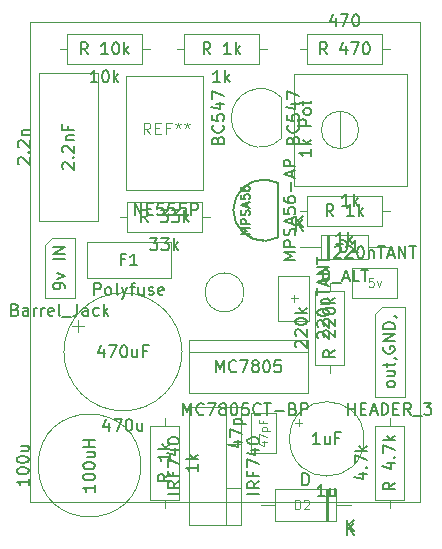
<source format=gbr>
G04 #@! TF.GenerationSoftware,KiCad,Pcbnew,(5.1.0)-1*
G04 #@! TF.CreationDate,2021-08-06T02:26:01-05:00*
G04 #@! TF.ProjectId,nixie_legacy-power,6e697869-655f-46c6-9567-6163792d706f,rev?*
G04 #@! TF.SameCoordinates,Original*
G04 #@! TF.FileFunction,Other,Fab,Top*
%FSLAX46Y46*%
G04 Gerber Fmt 4.6, Leading zero omitted, Abs format (unit mm)*
G04 Created by KiCad (PCBNEW (5.1.0)-1) date 2021-08-06 02:26:01*
%MOMM*%
%LPD*%
G04 APERTURE LIST*
%ADD10C,0.025400*%
%ADD11C,0.100000*%
%ADD12C,0.150000*%
%ADD13C,0.120000*%
%ADD14C,0.102000*%
%ADD15C,0.114000*%
G04 APERTURE END LIST*
D10*
X106044000Y-100374000D02*
G75*
G03X106044000Y-100374000I-1650000J0D01*
G01*
D11*
X87884000Y-77470000D02*
X120904000Y-77470000D01*
X87884000Y-118110000D02*
X87884000Y-77470000D01*
X120904000Y-118110000D02*
X87884000Y-118110000D01*
X120904000Y-77470000D02*
X120904000Y-118110000D01*
X105766000Y-110062000D02*
X101366000Y-110062000D01*
X101366000Y-110062000D02*
X101366000Y-120062000D01*
X101366000Y-120062000D02*
X105766000Y-120062000D01*
X105766000Y-120062000D02*
X105766000Y-110062000D01*
X104496000Y-110062000D02*
X104496000Y-120062000D01*
X105766000Y-113212000D02*
X104496000Y-113212000D01*
X105766000Y-116912000D02*
X104496000Y-116912000D01*
X92009139Y-102722500D02*
X92009139Y-103722500D01*
X91509139Y-103222500D02*
X92509139Y-103222500D01*
X100798000Y-105410000D02*
G75*
G03X100798000Y-105410000I-5000000J0D01*
G01*
X110671028Y-111087500D02*
X110671028Y-111717500D01*
X110356028Y-111402500D02*
X110986028Y-111402500D01*
X116200000Y-112776000D02*
G75*
G03X116200000Y-112776000I-3150000J0D01*
G01*
X97314000Y-115022000D02*
G75*
G03X97314000Y-115022000I-4350000J0D01*
G01*
X99314000Y-110998000D02*
X99314000Y-111658000D01*
X99314000Y-118618000D02*
X99314000Y-117958000D01*
X98064000Y-111658000D02*
X98064000Y-117958000D01*
X100564000Y-111658000D02*
X98064000Y-111658000D01*
X100564000Y-117958000D02*
X100564000Y-111658000D01*
X98064000Y-117958000D02*
X100564000Y-117958000D01*
X113172000Y-119714000D02*
X113172000Y-117014000D01*
X112972000Y-119714000D02*
X112972000Y-117014000D01*
X113072000Y-119714000D02*
X113072000Y-117014000D01*
X107442000Y-118364000D02*
X108652000Y-118364000D01*
X115062000Y-118364000D02*
X113852000Y-118364000D01*
X108652000Y-119714000D02*
X113852000Y-119714000D01*
X108652000Y-117014000D02*
X108652000Y-119714000D01*
X113852000Y-117014000D02*
X108652000Y-117014000D01*
X113852000Y-119714000D02*
X113852000Y-117014000D01*
X118364000Y-118618000D02*
X118364000Y-117958000D01*
X118364000Y-110998000D02*
X118364000Y-111658000D01*
X119614000Y-117958000D02*
X119614000Y-111658000D01*
X117114000Y-117958000D02*
X119614000Y-117958000D01*
X117114000Y-111658000D02*
X117114000Y-117958000D01*
X119614000Y-111658000D02*
X117114000Y-111658000D01*
X113284000Y-107188000D02*
X113284000Y-106528000D01*
X113284000Y-99568000D02*
X113284000Y-100228000D01*
X114534000Y-106528000D02*
X114534000Y-100228000D01*
X112034000Y-106528000D02*
X114534000Y-106528000D01*
X112034000Y-100228000D02*
X112034000Y-106528000D01*
X114534000Y-100228000D02*
X112034000Y-100228000D01*
X117094000Y-102235000D02*
X117729000Y-101600000D01*
X117094000Y-109220000D02*
X117094000Y-102235000D01*
X119634000Y-109220000D02*
X117094000Y-109220000D01*
X119634000Y-101600000D02*
X119634000Y-109220000D01*
X117729000Y-101600000D02*
X119634000Y-101600000D01*
X89154000Y-96393000D02*
X89789000Y-95758000D01*
X89154000Y-100838000D02*
X89154000Y-96393000D01*
X91694000Y-100838000D02*
X89154000Y-100838000D01*
X91694000Y-95758000D02*
X91694000Y-100838000D01*
X89789000Y-95758000D02*
X91694000Y-95758000D01*
X108746000Y-113988000D02*
X108746000Y-110588000D01*
X106646000Y-113988000D02*
X108746000Y-113988000D01*
X106646000Y-110588000D02*
X106646000Y-113988000D01*
X108746000Y-110588000D02*
X106646000Y-110588000D01*
X101426000Y-108930000D02*
X111426000Y-108930000D01*
X101426000Y-104430000D02*
X111426000Y-104430000D01*
X101426000Y-104430000D02*
X101426000Y-108930000D01*
X111426000Y-108930000D02*
X111426000Y-104430000D01*
X101436000Y-105380000D02*
X111426000Y-105380000D01*
X115214000Y-100868000D02*
X119014000Y-100868000D01*
X115214000Y-98268000D02*
X115214000Y-100868000D01*
X119014000Y-98268000D02*
X115214000Y-98268000D01*
X119014000Y-100868000D02*
X119014000Y-98268000D01*
X108936000Y-98958000D02*
X108936000Y-102758000D01*
X111536000Y-98958000D02*
X108936000Y-98958000D01*
X111536000Y-102758000D02*
X111536000Y-98958000D01*
X108936000Y-102758000D02*
X111536000Y-102758000D01*
X113054000Y-95520000D02*
X113054000Y-97520000D01*
X113254000Y-95520000D02*
X113254000Y-97520000D01*
X113154000Y-95520000D02*
X113154000Y-97520000D01*
X118364000Y-96520000D02*
X116554000Y-96520000D01*
X110744000Y-96520000D02*
X112554000Y-96520000D01*
X116554000Y-95520000D02*
X112554000Y-95520000D01*
X116554000Y-97520000D02*
X116554000Y-95520000D01*
X112554000Y-97520000D02*
X116554000Y-97520000D01*
X112554000Y-95520000D02*
X112554000Y-97520000D01*
X109195625Y-87351625D02*
G75*
G02X104962000Y-85598000I-1753625J1753625D01*
G01*
X109195625Y-83844375D02*
G75*
G03X104962000Y-85598000I-1753625J-1753625D01*
G01*
X109192000Y-87338000D02*
X109192000Y-83838000D01*
X96054000Y-82018000D02*
X96054000Y-91698000D01*
X102554000Y-82018000D02*
X102554000Y-91698000D01*
X96054000Y-82018000D02*
X102554000Y-82018000D01*
X96054000Y-91698000D02*
X102554000Y-91698000D01*
X114171000Y-88174000D02*
X114172000Y-85055000D01*
X114171000Y-88174000D02*
X114172000Y-85055000D01*
X119812000Y-81849000D02*
X110282000Y-81849000D01*
X119812000Y-91379000D02*
X119812000Y-81849000D01*
X110282000Y-91379000D02*
X119812000Y-91379000D01*
X110282000Y-81849000D02*
X110282000Y-91379000D01*
X115746000Y-86614000D02*
G75*
G03X115746000Y-86614000I-1575000J0D01*
G01*
X110744000Y-79756000D02*
X111404000Y-79756000D01*
X118364000Y-79756000D02*
X117704000Y-79756000D01*
X111404000Y-81006000D02*
X117704000Y-81006000D01*
X111404000Y-78506000D02*
X111404000Y-81006000D01*
X117704000Y-78506000D02*
X111404000Y-78506000D01*
X117704000Y-81006000D02*
X117704000Y-78506000D01*
X118364000Y-93472000D02*
X117704000Y-93472000D01*
X110744000Y-93472000D02*
X111404000Y-93472000D01*
X117704000Y-92222000D02*
X111404000Y-92222000D01*
X117704000Y-94722000D02*
X117704000Y-92222000D01*
X111404000Y-94722000D02*
X117704000Y-94722000D01*
X111404000Y-92222000D02*
X111404000Y-94722000D01*
X107950000Y-79756000D02*
X107290000Y-79756000D01*
X100330000Y-79756000D02*
X100990000Y-79756000D01*
X107290000Y-78506000D02*
X100990000Y-78506000D01*
X107290000Y-81006000D02*
X107290000Y-78506000D01*
X100990000Y-81006000D02*
X107290000Y-81006000D01*
X100990000Y-78506000D02*
X100990000Y-81006000D01*
X98044000Y-79756000D02*
X97384000Y-79756000D01*
X90424000Y-79756000D02*
X91084000Y-79756000D01*
X97384000Y-78506000D02*
X91084000Y-78506000D01*
X97384000Y-81006000D02*
X97384000Y-78506000D01*
X91084000Y-81006000D02*
X97384000Y-81006000D01*
X91084000Y-78506000D02*
X91084000Y-81006000D01*
X103124000Y-93980000D02*
X102464000Y-93980000D01*
X95504000Y-93980000D02*
X96164000Y-93980000D01*
X102464000Y-92730000D02*
X96164000Y-92730000D01*
X102464000Y-95230000D02*
X102464000Y-92730000D01*
X96164000Y-95230000D02*
X102464000Y-95230000D01*
X96164000Y-92730000D02*
X96164000Y-95230000D01*
D12*
X107742000Y-90812000D02*
G75*
G03X105142000Y-93412000I0J-2600000D01*
G01*
X105142000Y-93412000D02*
G75*
G03X107742000Y-96012000I2600000J0D01*
G01*
X108942000Y-91112000D02*
G75*
G03X105442000Y-92212000I-1200000J-2300000D01*
G01*
X105442000Y-94612000D02*
G75*
G03X108942000Y-95712000I2300000J1200000D01*
G01*
X108942000Y-91112000D02*
X108942000Y-95712000D01*
D11*
X99826000Y-96128000D02*
X92726000Y-96128000D01*
X99826000Y-99128000D02*
X99826000Y-96128000D01*
X92726000Y-99128000D02*
X99826000Y-99128000D01*
X92726000Y-96128000D02*
X92726000Y-99128000D01*
X93686000Y-94308000D02*
X93686000Y-81808000D01*
X88686000Y-94308000D02*
X93686000Y-94308000D01*
X88686000Y-81808000D02*
X88686000Y-94308000D01*
X93686000Y-81808000D02*
X88686000Y-81808000D01*
D12*
X100568380Y-117419142D02*
X99568380Y-117419142D01*
X100568380Y-116371523D02*
X100092190Y-116704857D01*
X100568380Y-116942952D02*
X99568380Y-116942952D01*
X99568380Y-116562000D01*
X99616000Y-116466761D01*
X99663619Y-116419142D01*
X99758857Y-116371523D01*
X99901714Y-116371523D01*
X99996952Y-116419142D01*
X100044571Y-116466761D01*
X100092190Y-116562000D01*
X100092190Y-116942952D01*
X100044571Y-115609619D02*
X100044571Y-115942952D01*
X100568380Y-115942952D02*
X99568380Y-115942952D01*
X99568380Y-115466761D01*
X99568380Y-115181047D02*
X99568380Y-114514380D01*
X100568380Y-114942952D01*
X99901714Y-113704857D02*
X100568380Y-113704857D01*
X99520761Y-113942952D02*
X100235047Y-114181047D01*
X100235047Y-113562000D01*
X99568380Y-112990571D02*
X99568380Y-112895333D01*
X99616000Y-112800095D01*
X99663619Y-112752476D01*
X99758857Y-112704857D01*
X99949333Y-112657238D01*
X100187428Y-112657238D01*
X100377904Y-112704857D01*
X100473142Y-112752476D01*
X100520761Y-112800095D01*
X100568380Y-112895333D01*
X100568380Y-112990571D01*
X100520761Y-113085809D01*
X100473142Y-113133428D01*
X100377904Y-113181047D01*
X100187428Y-113228666D01*
X99949333Y-113228666D01*
X99758857Y-113181047D01*
X99663619Y-113133428D01*
X99616000Y-113085809D01*
X99568380Y-112990571D01*
X107338380Y-117419142D02*
X106338380Y-117419142D01*
X107338380Y-116371523D02*
X106862190Y-116704857D01*
X107338380Y-116942952D02*
X106338380Y-116942952D01*
X106338380Y-116562000D01*
X106386000Y-116466761D01*
X106433619Y-116419142D01*
X106528857Y-116371523D01*
X106671714Y-116371523D01*
X106766952Y-116419142D01*
X106814571Y-116466761D01*
X106862190Y-116562000D01*
X106862190Y-116942952D01*
X106814571Y-115609619D02*
X106814571Y-115942952D01*
X107338380Y-115942952D02*
X106338380Y-115942952D01*
X106338380Y-115466761D01*
X106338380Y-115181047D02*
X106338380Y-114514380D01*
X107338380Y-114942952D01*
X106671714Y-113704857D02*
X107338380Y-113704857D01*
X106290761Y-113942952D02*
X107005047Y-114181047D01*
X107005047Y-113562000D01*
X106338380Y-112990571D02*
X106338380Y-112895333D01*
X106386000Y-112800095D01*
X106433619Y-112752476D01*
X106528857Y-112704857D01*
X106719333Y-112657238D01*
X106957428Y-112657238D01*
X107147904Y-112704857D01*
X107243142Y-112752476D01*
X107290761Y-112800095D01*
X107338380Y-112895333D01*
X107338380Y-112990571D01*
X107290761Y-113085809D01*
X107243142Y-113133428D01*
X107147904Y-113181047D01*
X106957428Y-113228666D01*
X106719333Y-113228666D01*
X106528857Y-113181047D01*
X106433619Y-113133428D01*
X106386000Y-113085809D01*
X106338380Y-112990571D01*
X94583714Y-111445714D02*
X94583714Y-112112380D01*
X94345619Y-111064761D02*
X94107523Y-111779047D01*
X94726571Y-111779047D01*
X95012285Y-111112380D02*
X95678952Y-111112380D01*
X95250380Y-112112380D01*
X96250380Y-111112380D02*
X96345619Y-111112380D01*
X96440857Y-111160000D01*
X96488476Y-111207619D01*
X96536095Y-111302857D01*
X96583714Y-111493333D01*
X96583714Y-111731428D01*
X96536095Y-111921904D01*
X96488476Y-112017142D01*
X96440857Y-112064761D01*
X96345619Y-112112380D01*
X96250380Y-112112380D01*
X96155142Y-112064761D01*
X96107523Y-112017142D01*
X96059904Y-111921904D01*
X96012285Y-111731428D01*
X96012285Y-111493333D01*
X96059904Y-111302857D01*
X96107523Y-111207619D01*
X96155142Y-111160000D01*
X96250380Y-111112380D01*
X97440857Y-111445714D02*
X97440857Y-112112380D01*
X97012285Y-111445714D02*
X97012285Y-111969523D01*
X97059904Y-112064761D01*
X97155142Y-112112380D01*
X97298000Y-112112380D01*
X97393238Y-112064761D01*
X97440857Y-112017142D01*
X94155142Y-105195714D02*
X94155142Y-105862380D01*
X93917047Y-104814761D02*
X93678952Y-105529047D01*
X94298000Y-105529047D01*
X94583714Y-104862380D02*
X95250380Y-104862380D01*
X94821809Y-105862380D01*
X95821809Y-104862380D02*
X95917047Y-104862380D01*
X96012285Y-104910000D01*
X96059904Y-104957619D01*
X96107523Y-105052857D01*
X96155142Y-105243333D01*
X96155142Y-105481428D01*
X96107523Y-105671904D01*
X96059904Y-105767142D01*
X96012285Y-105814761D01*
X95917047Y-105862380D01*
X95821809Y-105862380D01*
X95726571Y-105814761D01*
X95678952Y-105767142D01*
X95631333Y-105671904D01*
X95583714Y-105481428D01*
X95583714Y-105243333D01*
X95631333Y-105052857D01*
X95678952Y-104957619D01*
X95726571Y-104910000D01*
X95821809Y-104862380D01*
X97012285Y-105195714D02*
X97012285Y-105862380D01*
X96583714Y-105195714D02*
X96583714Y-105719523D01*
X96631333Y-105814761D01*
X96726571Y-105862380D01*
X96869428Y-105862380D01*
X96964666Y-105814761D01*
X97012285Y-105767142D01*
X97821809Y-105338571D02*
X97488476Y-105338571D01*
X97488476Y-105862380D02*
X97488476Y-104862380D01*
X97964666Y-104862380D01*
X112883333Y-117628380D02*
X112311904Y-117628380D01*
X112597619Y-117628380D02*
X112597619Y-116628380D01*
X112502380Y-116771238D01*
X112407142Y-116866476D01*
X112311904Y-116914095D01*
X113740476Y-116961714D02*
X113740476Y-117628380D01*
X113311904Y-116961714D02*
X113311904Y-117485523D01*
X113359523Y-117580761D01*
X113454761Y-117628380D01*
X113597619Y-117628380D01*
X113692857Y-117580761D01*
X113740476Y-117533142D01*
X112454761Y-113228380D02*
X111883333Y-113228380D01*
X112169047Y-113228380D02*
X112169047Y-112228380D01*
X112073809Y-112371238D01*
X111978571Y-112466476D01*
X111883333Y-112514095D01*
X113311904Y-112561714D02*
X113311904Y-113228380D01*
X112883333Y-112561714D02*
X112883333Y-113085523D01*
X112930952Y-113180761D01*
X113026190Y-113228380D01*
X113169047Y-113228380D01*
X113264285Y-113180761D01*
X113311904Y-113133142D01*
X114121428Y-112704571D02*
X113788095Y-112704571D01*
X113788095Y-113228380D02*
X113788095Y-112228380D01*
X114264285Y-112228380D01*
X87816380Y-116141047D02*
X87816380Y-116712476D01*
X87816380Y-116426761D02*
X86816380Y-116426761D01*
X86959238Y-116522000D01*
X87054476Y-116617238D01*
X87102095Y-116712476D01*
X86816380Y-115522000D02*
X86816380Y-115426761D01*
X86864000Y-115331523D01*
X86911619Y-115283904D01*
X87006857Y-115236285D01*
X87197333Y-115188666D01*
X87435428Y-115188666D01*
X87625904Y-115236285D01*
X87721142Y-115283904D01*
X87768761Y-115331523D01*
X87816380Y-115426761D01*
X87816380Y-115522000D01*
X87768761Y-115617238D01*
X87721142Y-115664857D01*
X87625904Y-115712476D01*
X87435428Y-115760095D01*
X87197333Y-115760095D01*
X87006857Y-115712476D01*
X86911619Y-115664857D01*
X86864000Y-115617238D01*
X86816380Y-115522000D01*
X86816380Y-114569619D02*
X86816380Y-114474380D01*
X86864000Y-114379142D01*
X86911619Y-114331523D01*
X87006857Y-114283904D01*
X87197333Y-114236285D01*
X87435428Y-114236285D01*
X87625904Y-114283904D01*
X87721142Y-114331523D01*
X87768761Y-114379142D01*
X87816380Y-114474380D01*
X87816380Y-114569619D01*
X87768761Y-114664857D01*
X87721142Y-114712476D01*
X87625904Y-114760095D01*
X87435428Y-114807714D01*
X87197333Y-114807714D01*
X87006857Y-114760095D01*
X86911619Y-114712476D01*
X86864000Y-114664857D01*
X86816380Y-114569619D01*
X87149714Y-113379142D02*
X87816380Y-113379142D01*
X87149714Y-113807714D02*
X87673523Y-113807714D01*
X87768761Y-113760095D01*
X87816380Y-113664857D01*
X87816380Y-113522000D01*
X87768761Y-113426761D01*
X87721142Y-113379142D01*
X93416380Y-116664857D02*
X93416380Y-117236285D01*
X93416380Y-116950571D02*
X92416380Y-116950571D01*
X92559238Y-117045809D01*
X92654476Y-117141047D01*
X92702095Y-117236285D01*
X92416380Y-116045809D02*
X92416380Y-115950571D01*
X92464000Y-115855333D01*
X92511619Y-115807714D01*
X92606857Y-115760095D01*
X92797333Y-115712476D01*
X93035428Y-115712476D01*
X93225904Y-115760095D01*
X93321142Y-115807714D01*
X93368761Y-115855333D01*
X93416380Y-115950571D01*
X93416380Y-116045809D01*
X93368761Y-116141047D01*
X93321142Y-116188666D01*
X93225904Y-116236285D01*
X93035428Y-116283904D01*
X92797333Y-116283904D01*
X92606857Y-116236285D01*
X92511619Y-116188666D01*
X92464000Y-116141047D01*
X92416380Y-116045809D01*
X92416380Y-115093428D02*
X92416380Y-114998190D01*
X92464000Y-114902952D01*
X92511619Y-114855333D01*
X92606857Y-114807714D01*
X92797333Y-114760095D01*
X93035428Y-114760095D01*
X93225904Y-114807714D01*
X93321142Y-114855333D01*
X93368761Y-114902952D01*
X93416380Y-114998190D01*
X93416380Y-115093428D01*
X93368761Y-115188666D01*
X93321142Y-115236285D01*
X93225904Y-115283904D01*
X93035428Y-115331523D01*
X92797333Y-115331523D01*
X92606857Y-115283904D01*
X92511619Y-115236285D01*
X92464000Y-115188666D01*
X92416380Y-115093428D01*
X92749714Y-113902952D02*
X93416380Y-113902952D01*
X92749714Y-114331523D02*
X93273523Y-114331523D01*
X93368761Y-114283904D01*
X93416380Y-114188666D01*
X93416380Y-114045809D01*
X93368761Y-113950571D01*
X93321142Y-113902952D01*
X93416380Y-113426761D02*
X92416380Y-113426761D01*
X92892571Y-113426761D02*
X92892571Y-112855333D01*
X93416380Y-112855333D02*
X92416380Y-112855333D01*
X102136380Y-114927047D02*
X102136380Y-115498476D01*
X102136380Y-115212761D02*
X101136380Y-115212761D01*
X101279238Y-115308000D01*
X101374476Y-115403238D01*
X101422095Y-115498476D01*
X102136380Y-114498476D02*
X101136380Y-114498476D01*
X101755428Y-114403238D02*
X102136380Y-114117523D01*
X101469714Y-114117523D02*
X101850666Y-114498476D01*
X99766380Y-115760380D02*
X99290190Y-116093714D01*
X99766380Y-116331809D02*
X98766380Y-116331809D01*
X98766380Y-115950857D01*
X98814000Y-115855619D01*
X98861619Y-115808000D01*
X98956857Y-115760380D01*
X99099714Y-115760380D01*
X99194952Y-115808000D01*
X99242571Y-115855619D01*
X99290190Y-115950857D01*
X99290190Y-116331809D01*
X99766380Y-114046095D02*
X99766380Y-114617523D01*
X99766380Y-114331809D02*
X98766380Y-114331809D01*
X98909238Y-114427047D01*
X99004476Y-114522285D01*
X99052095Y-114617523D01*
X99766380Y-113617523D02*
X98766380Y-113617523D01*
X99385428Y-113522285D02*
X99766380Y-113236571D01*
X99099714Y-113236571D02*
X99480666Y-113617523D01*
X110990095Y-116696380D02*
X110990095Y-115696380D01*
X111228190Y-115696380D01*
X111371047Y-115744000D01*
X111466285Y-115839238D01*
X111513904Y-115934476D01*
X111561523Y-116124952D01*
X111561523Y-116267809D01*
X111513904Y-116458285D01*
X111466285Y-116553523D01*
X111371047Y-116648761D01*
X111228190Y-116696380D01*
X110990095Y-116696380D01*
X114800095Y-120616380D02*
X114800095Y-119616380D01*
X115371523Y-120616380D02*
X114942952Y-120044952D01*
X115371523Y-119616380D02*
X114800095Y-120187809D01*
X114800095Y-120916380D02*
X114800095Y-119916380D01*
X115371523Y-120916380D02*
X114942952Y-120344952D01*
X115371523Y-119916380D02*
X114800095Y-120487809D01*
D13*
X110361523Y-118725904D02*
X110361523Y-117925904D01*
X110552000Y-117925904D01*
X110666285Y-117964000D01*
X110742476Y-118040190D01*
X110780571Y-118116380D01*
X110818666Y-118268761D01*
X110818666Y-118383047D01*
X110780571Y-118535428D01*
X110742476Y-118611619D01*
X110666285Y-118687809D01*
X110552000Y-118725904D01*
X110361523Y-118725904D01*
X111123428Y-118002095D02*
X111161523Y-117964000D01*
X111237714Y-117925904D01*
X111428190Y-117925904D01*
X111504380Y-117964000D01*
X111542476Y-118002095D01*
X111580571Y-118078285D01*
X111580571Y-118154476D01*
X111542476Y-118268761D01*
X111085333Y-118725904D01*
X111580571Y-118725904D01*
D12*
X115779714Y-115736571D02*
X116446380Y-115736571D01*
X115398761Y-115974666D02*
X116113047Y-116212761D01*
X116113047Y-115593714D01*
X116351142Y-115212761D02*
X116398761Y-115165142D01*
X116446380Y-115212761D01*
X116398761Y-115260380D01*
X116351142Y-115212761D01*
X116446380Y-115212761D01*
X115446380Y-114831809D02*
X115446380Y-114165142D01*
X116446380Y-114593714D01*
X116446380Y-113784190D02*
X115446380Y-113784190D01*
X116065428Y-113688952D02*
X116446380Y-113403238D01*
X115779714Y-113403238D02*
X116160666Y-113784190D01*
X118816380Y-116474666D02*
X118340190Y-116808000D01*
X118816380Y-117046095D02*
X117816380Y-117046095D01*
X117816380Y-116665142D01*
X117864000Y-116569904D01*
X117911619Y-116522285D01*
X118006857Y-116474666D01*
X118149714Y-116474666D01*
X118244952Y-116522285D01*
X118292571Y-116569904D01*
X118340190Y-116665142D01*
X118340190Y-117046095D01*
X118149714Y-114855619D02*
X118816380Y-114855619D01*
X117768761Y-115093714D02*
X118483047Y-115331809D01*
X118483047Y-114712761D01*
X118721142Y-114331809D02*
X118768761Y-114284190D01*
X118816380Y-114331809D01*
X118768761Y-114379428D01*
X118721142Y-114331809D01*
X118816380Y-114331809D01*
X117816380Y-113950857D02*
X117816380Y-113284190D01*
X118816380Y-113712761D01*
X118816380Y-112903238D02*
X117816380Y-112903238D01*
X118435428Y-112808000D02*
X118816380Y-112522285D01*
X118149714Y-112522285D02*
X118530666Y-112903238D01*
X110461619Y-105020857D02*
X110414000Y-104973238D01*
X110366380Y-104878000D01*
X110366380Y-104639904D01*
X110414000Y-104544666D01*
X110461619Y-104497047D01*
X110556857Y-104449428D01*
X110652095Y-104449428D01*
X110794952Y-104497047D01*
X111366380Y-105068476D01*
X111366380Y-104449428D01*
X110461619Y-104068476D02*
X110414000Y-104020857D01*
X110366380Y-103925619D01*
X110366380Y-103687523D01*
X110414000Y-103592285D01*
X110461619Y-103544666D01*
X110556857Y-103497047D01*
X110652095Y-103497047D01*
X110794952Y-103544666D01*
X111366380Y-104116095D01*
X111366380Y-103497047D01*
X110366380Y-102878000D02*
X110366380Y-102782761D01*
X110414000Y-102687523D01*
X110461619Y-102639904D01*
X110556857Y-102592285D01*
X110747333Y-102544666D01*
X110985428Y-102544666D01*
X111175904Y-102592285D01*
X111271142Y-102639904D01*
X111318761Y-102687523D01*
X111366380Y-102782761D01*
X111366380Y-102878000D01*
X111318761Y-102973238D01*
X111271142Y-103020857D01*
X111175904Y-103068476D01*
X110985428Y-103116095D01*
X110747333Y-103116095D01*
X110556857Y-103068476D01*
X110461619Y-103020857D01*
X110414000Y-102973238D01*
X110366380Y-102878000D01*
X111366380Y-102116095D02*
X110366380Y-102116095D01*
X110985428Y-102020857D02*
X111366380Y-101735142D01*
X110699714Y-101735142D02*
X111080666Y-102116095D01*
X113736380Y-105282761D02*
X113260190Y-105616095D01*
X113736380Y-105854190D02*
X112736380Y-105854190D01*
X112736380Y-105473238D01*
X112784000Y-105378000D01*
X112831619Y-105330380D01*
X112926857Y-105282761D01*
X113069714Y-105282761D01*
X113164952Y-105330380D01*
X113212571Y-105378000D01*
X113260190Y-105473238D01*
X113260190Y-105854190D01*
X112831619Y-104139904D02*
X112784000Y-104092285D01*
X112736380Y-103997047D01*
X112736380Y-103758952D01*
X112784000Y-103663714D01*
X112831619Y-103616095D01*
X112926857Y-103568476D01*
X113022095Y-103568476D01*
X113164952Y-103616095D01*
X113736380Y-104187523D01*
X113736380Y-103568476D01*
X112831619Y-103187523D02*
X112784000Y-103139904D01*
X112736380Y-103044666D01*
X112736380Y-102806571D01*
X112784000Y-102711333D01*
X112831619Y-102663714D01*
X112926857Y-102616095D01*
X113022095Y-102616095D01*
X113164952Y-102663714D01*
X113736380Y-103235142D01*
X113736380Y-102616095D01*
X112736380Y-101997047D02*
X112736380Y-101901809D01*
X112784000Y-101806571D01*
X112831619Y-101758952D01*
X112926857Y-101711333D01*
X113117333Y-101663714D01*
X113355428Y-101663714D01*
X113545904Y-101711333D01*
X113641142Y-101758952D01*
X113688761Y-101806571D01*
X113736380Y-101901809D01*
X113736380Y-101997047D01*
X113688761Y-102092285D01*
X113641142Y-102139904D01*
X113545904Y-102187523D01*
X113355428Y-102235142D01*
X113117333Y-102235142D01*
X112926857Y-102187523D01*
X112831619Y-102139904D01*
X112784000Y-102092285D01*
X112736380Y-101997047D01*
X113736380Y-101235142D02*
X112736380Y-101235142D01*
X113355428Y-101139904D02*
X113736380Y-100854190D01*
X113069714Y-100854190D02*
X113450666Y-101235142D01*
X114887809Y-110732380D02*
X114887809Y-109732380D01*
X114887809Y-110208571D02*
X115459238Y-110208571D01*
X115459238Y-110732380D02*
X115459238Y-109732380D01*
X115935428Y-110208571D02*
X116268761Y-110208571D01*
X116411619Y-110732380D02*
X115935428Y-110732380D01*
X115935428Y-109732380D01*
X116411619Y-109732380D01*
X116792571Y-110446666D02*
X117268761Y-110446666D01*
X116697333Y-110732380D02*
X117030666Y-109732380D01*
X117364000Y-110732380D01*
X117697333Y-110732380D02*
X117697333Y-109732380D01*
X117935428Y-109732380D01*
X118078285Y-109780000D01*
X118173523Y-109875238D01*
X118221142Y-109970476D01*
X118268761Y-110160952D01*
X118268761Y-110303809D01*
X118221142Y-110494285D01*
X118173523Y-110589523D01*
X118078285Y-110684761D01*
X117935428Y-110732380D01*
X117697333Y-110732380D01*
X118697333Y-110208571D02*
X119030666Y-110208571D01*
X119173523Y-110732380D02*
X118697333Y-110732380D01*
X118697333Y-109732380D01*
X119173523Y-109732380D01*
X120173523Y-110732380D02*
X119840190Y-110256190D01*
X119602095Y-110732380D02*
X119602095Y-109732380D01*
X119983047Y-109732380D01*
X120078285Y-109780000D01*
X120125904Y-109827619D01*
X120173523Y-109922857D01*
X120173523Y-110065714D01*
X120125904Y-110160952D01*
X120078285Y-110208571D01*
X119983047Y-110256190D01*
X119602095Y-110256190D01*
X120364000Y-110827619D02*
X121125904Y-110827619D01*
X121268761Y-109732380D02*
X121887809Y-109732380D01*
X121554476Y-110113333D01*
X121697333Y-110113333D01*
X121792571Y-110160952D01*
X121840190Y-110208571D01*
X121887809Y-110303809D01*
X121887809Y-110541904D01*
X121840190Y-110637142D01*
X121792571Y-110684761D01*
X121697333Y-110732380D01*
X121411619Y-110732380D01*
X121316380Y-110684761D01*
X121268761Y-110637142D01*
X118816380Y-108219523D02*
X118768761Y-108314761D01*
X118721142Y-108362380D01*
X118625904Y-108410000D01*
X118340190Y-108410000D01*
X118244952Y-108362380D01*
X118197333Y-108314761D01*
X118149714Y-108219523D01*
X118149714Y-108076666D01*
X118197333Y-107981428D01*
X118244952Y-107933809D01*
X118340190Y-107886190D01*
X118625904Y-107886190D01*
X118721142Y-107933809D01*
X118768761Y-107981428D01*
X118816380Y-108076666D01*
X118816380Y-108219523D01*
X118149714Y-107029047D02*
X118816380Y-107029047D01*
X118149714Y-107457619D02*
X118673523Y-107457619D01*
X118768761Y-107410000D01*
X118816380Y-107314761D01*
X118816380Y-107171904D01*
X118768761Y-107076666D01*
X118721142Y-107029047D01*
X118149714Y-106695714D02*
X118149714Y-106314761D01*
X117816380Y-106552857D02*
X118673523Y-106552857D01*
X118768761Y-106505238D01*
X118816380Y-106410000D01*
X118816380Y-106314761D01*
X118768761Y-105933809D02*
X118816380Y-105933809D01*
X118911619Y-105981428D01*
X118959238Y-106029047D01*
X117864000Y-104981428D02*
X117816380Y-105076666D01*
X117816380Y-105219523D01*
X117864000Y-105362380D01*
X117959238Y-105457619D01*
X118054476Y-105505238D01*
X118244952Y-105552857D01*
X118387809Y-105552857D01*
X118578285Y-105505238D01*
X118673523Y-105457619D01*
X118768761Y-105362380D01*
X118816380Y-105219523D01*
X118816380Y-105124285D01*
X118768761Y-104981428D01*
X118721142Y-104933809D01*
X118387809Y-104933809D01*
X118387809Y-105124285D01*
X118816380Y-104505238D02*
X117816380Y-104505238D01*
X118816380Y-103933809D01*
X117816380Y-103933809D01*
X118816380Y-103457619D02*
X117816380Y-103457619D01*
X117816380Y-103219523D01*
X117864000Y-103076666D01*
X117959238Y-102981428D01*
X118054476Y-102933809D01*
X118244952Y-102886190D01*
X118387809Y-102886190D01*
X118578285Y-102933809D01*
X118673523Y-102981428D01*
X118768761Y-103076666D01*
X118816380Y-103219523D01*
X118816380Y-103457619D01*
X118768761Y-102410000D02*
X118816380Y-102410000D01*
X118911619Y-102457619D01*
X118959238Y-102505238D01*
X86685904Y-101826571D02*
X86828761Y-101874190D01*
X86876380Y-101921809D01*
X86924000Y-102017047D01*
X86924000Y-102159904D01*
X86876380Y-102255142D01*
X86828761Y-102302761D01*
X86733523Y-102350380D01*
X86352571Y-102350380D01*
X86352571Y-101350380D01*
X86685904Y-101350380D01*
X86781142Y-101398000D01*
X86828761Y-101445619D01*
X86876380Y-101540857D01*
X86876380Y-101636095D01*
X86828761Y-101731333D01*
X86781142Y-101778952D01*
X86685904Y-101826571D01*
X86352571Y-101826571D01*
X87781142Y-102350380D02*
X87781142Y-101826571D01*
X87733523Y-101731333D01*
X87638285Y-101683714D01*
X87447809Y-101683714D01*
X87352571Y-101731333D01*
X87781142Y-102302761D02*
X87685904Y-102350380D01*
X87447809Y-102350380D01*
X87352571Y-102302761D01*
X87304952Y-102207523D01*
X87304952Y-102112285D01*
X87352571Y-102017047D01*
X87447809Y-101969428D01*
X87685904Y-101969428D01*
X87781142Y-101921809D01*
X88257333Y-102350380D02*
X88257333Y-101683714D01*
X88257333Y-101874190D02*
X88304952Y-101778952D01*
X88352571Y-101731333D01*
X88447809Y-101683714D01*
X88543047Y-101683714D01*
X88876380Y-102350380D02*
X88876380Y-101683714D01*
X88876380Y-101874190D02*
X88924000Y-101778952D01*
X88971619Y-101731333D01*
X89066857Y-101683714D01*
X89162095Y-101683714D01*
X89876380Y-102302761D02*
X89781142Y-102350380D01*
X89590666Y-102350380D01*
X89495428Y-102302761D01*
X89447809Y-102207523D01*
X89447809Y-101826571D01*
X89495428Y-101731333D01*
X89590666Y-101683714D01*
X89781142Y-101683714D01*
X89876380Y-101731333D01*
X89924000Y-101826571D01*
X89924000Y-101921809D01*
X89447809Y-102017047D01*
X90495428Y-102350380D02*
X90400190Y-102302761D01*
X90352571Y-102207523D01*
X90352571Y-101350380D01*
X90638285Y-102445619D02*
X91400190Y-102445619D01*
X91924000Y-101350380D02*
X91924000Y-102064666D01*
X91876380Y-102207523D01*
X91781142Y-102302761D01*
X91638285Y-102350380D01*
X91543047Y-102350380D01*
X92828761Y-102350380D02*
X92828761Y-101826571D01*
X92781142Y-101731333D01*
X92685904Y-101683714D01*
X92495428Y-101683714D01*
X92400190Y-101731333D01*
X92828761Y-102302761D02*
X92733523Y-102350380D01*
X92495428Y-102350380D01*
X92400190Y-102302761D01*
X92352571Y-102207523D01*
X92352571Y-102112285D01*
X92400190Y-102017047D01*
X92495428Y-101969428D01*
X92733523Y-101969428D01*
X92828761Y-101921809D01*
X93733523Y-102302761D02*
X93638285Y-102350380D01*
X93447809Y-102350380D01*
X93352571Y-102302761D01*
X93304952Y-102255142D01*
X93257333Y-102159904D01*
X93257333Y-101874190D01*
X93304952Y-101778952D01*
X93352571Y-101731333D01*
X93447809Y-101683714D01*
X93638285Y-101683714D01*
X93733523Y-101731333D01*
X94162095Y-102350380D02*
X94162095Y-101350380D01*
X94257333Y-101969428D02*
X94543047Y-102350380D01*
X94543047Y-101683714D02*
X94162095Y-102064666D01*
X90876380Y-100012285D02*
X90876380Y-99821809D01*
X90828761Y-99726571D01*
X90781142Y-99678952D01*
X90638285Y-99583714D01*
X90447809Y-99536095D01*
X90066857Y-99536095D01*
X89971619Y-99583714D01*
X89924000Y-99631333D01*
X89876380Y-99726571D01*
X89876380Y-99917047D01*
X89924000Y-100012285D01*
X89971619Y-100059904D01*
X90066857Y-100107523D01*
X90304952Y-100107523D01*
X90400190Y-100059904D01*
X90447809Y-100012285D01*
X90495428Y-99917047D01*
X90495428Y-99726571D01*
X90447809Y-99631333D01*
X90400190Y-99583714D01*
X90304952Y-99536095D01*
X90209714Y-99202761D02*
X90876380Y-98964666D01*
X90209714Y-98726571D01*
X90876380Y-97583714D02*
X89876380Y-97583714D01*
X90876380Y-97107523D02*
X89876380Y-97107523D01*
X90876380Y-96536095D01*
X89876380Y-96536095D01*
X105181714Y-113026095D02*
X105848380Y-113026095D01*
X104800761Y-113264190D02*
X105515047Y-113502285D01*
X105515047Y-112883238D01*
X104848380Y-112597523D02*
X104848380Y-111930857D01*
X105848380Y-112359428D01*
X105181714Y-111549904D02*
X106181714Y-111549904D01*
X105229333Y-111549904D02*
X105181714Y-111454666D01*
X105181714Y-111264190D01*
X105229333Y-111168952D01*
X105276952Y-111121333D01*
X105372190Y-111073714D01*
X105657904Y-111073714D01*
X105753142Y-111121333D01*
X105800761Y-111168952D01*
X105848380Y-111264190D01*
X105848380Y-111454666D01*
X105800761Y-111549904D01*
D14*
X107550285Y-113081333D02*
X108003619Y-113081333D01*
X107291238Y-113243238D02*
X107776952Y-113405142D01*
X107776952Y-112984190D01*
X107323619Y-112789904D02*
X107323619Y-112336571D01*
X108003619Y-112628000D01*
X107550285Y-112077523D02*
X108230285Y-112077523D01*
X107582666Y-112077523D02*
X107550285Y-112012761D01*
X107550285Y-111883238D01*
X107582666Y-111818476D01*
X107615047Y-111786095D01*
X107679809Y-111753714D01*
X107874095Y-111753714D01*
X107938857Y-111786095D01*
X107971238Y-111818476D01*
X108003619Y-111883238D01*
X108003619Y-112012761D01*
X107971238Y-112077523D01*
X107647428Y-111235619D02*
X107647428Y-111462285D01*
X108003619Y-111462285D02*
X107323619Y-111462285D01*
X107323619Y-111138476D01*
D12*
X100917904Y-110762380D02*
X100917904Y-109762380D01*
X101251238Y-110476666D01*
X101584571Y-109762380D01*
X101584571Y-110762380D01*
X102632190Y-110667142D02*
X102584571Y-110714761D01*
X102441714Y-110762380D01*
X102346476Y-110762380D01*
X102203619Y-110714761D01*
X102108380Y-110619523D01*
X102060761Y-110524285D01*
X102013142Y-110333809D01*
X102013142Y-110190952D01*
X102060761Y-110000476D01*
X102108380Y-109905238D01*
X102203619Y-109810000D01*
X102346476Y-109762380D01*
X102441714Y-109762380D01*
X102584571Y-109810000D01*
X102632190Y-109857619D01*
X102965523Y-109762380D02*
X103632190Y-109762380D01*
X103203619Y-110762380D01*
X104156000Y-110190952D02*
X104060761Y-110143333D01*
X104013142Y-110095714D01*
X103965523Y-110000476D01*
X103965523Y-109952857D01*
X104013142Y-109857619D01*
X104060761Y-109810000D01*
X104156000Y-109762380D01*
X104346476Y-109762380D01*
X104441714Y-109810000D01*
X104489333Y-109857619D01*
X104536952Y-109952857D01*
X104536952Y-110000476D01*
X104489333Y-110095714D01*
X104441714Y-110143333D01*
X104346476Y-110190952D01*
X104156000Y-110190952D01*
X104060761Y-110238571D01*
X104013142Y-110286190D01*
X103965523Y-110381428D01*
X103965523Y-110571904D01*
X104013142Y-110667142D01*
X104060761Y-110714761D01*
X104156000Y-110762380D01*
X104346476Y-110762380D01*
X104441714Y-110714761D01*
X104489333Y-110667142D01*
X104536952Y-110571904D01*
X104536952Y-110381428D01*
X104489333Y-110286190D01*
X104441714Y-110238571D01*
X104346476Y-110190952D01*
X105156000Y-109762380D02*
X105251238Y-109762380D01*
X105346476Y-109810000D01*
X105394095Y-109857619D01*
X105441714Y-109952857D01*
X105489333Y-110143333D01*
X105489333Y-110381428D01*
X105441714Y-110571904D01*
X105394095Y-110667142D01*
X105346476Y-110714761D01*
X105251238Y-110762380D01*
X105156000Y-110762380D01*
X105060761Y-110714761D01*
X105013142Y-110667142D01*
X104965523Y-110571904D01*
X104917904Y-110381428D01*
X104917904Y-110143333D01*
X104965523Y-109952857D01*
X105013142Y-109857619D01*
X105060761Y-109810000D01*
X105156000Y-109762380D01*
X106394095Y-109762380D02*
X105917904Y-109762380D01*
X105870285Y-110238571D01*
X105917904Y-110190952D01*
X106013142Y-110143333D01*
X106251238Y-110143333D01*
X106346476Y-110190952D01*
X106394095Y-110238571D01*
X106441714Y-110333809D01*
X106441714Y-110571904D01*
X106394095Y-110667142D01*
X106346476Y-110714761D01*
X106251238Y-110762380D01*
X106013142Y-110762380D01*
X105917904Y-110714761D01*
X105870285Y-110667142D01*
X107441714Y-110667142D02*
X107394095Y-110714761D01*
X107251238Y-110762380D01*
X107156000Y-110762380D01*
X107013142Y-110714761D01*
X106917904Y-110619523D01*
X106870285Y-110524285D01*
X106822666Y-110333809D01*
X106822666Y-110190952D01*
X106870285Y-110000476D01*
X106917904Y-109905238D01*
X107013142Y-109810000D01*
X107156000Y-109762380D01*
X107251238Y-109762380D01*
X107394095Y-109810000D01*
X107441714Y-109857619D01*
X107727428Y-109762380D02*
X108298857Y-109762380D01*
X108013142Y-110762380D02*
X108013142Y-109762380D01*
X108632190Y-110381428D02*
X109394095Y-110381428D01*
X110203619Y-110238571D02*
X110346476Y-110286190D01*
X110394095Y-110333809D01*
X110441714Y-110429047D01*
X110441714Y-110571904D01*
X110394095Y-110667142D01*
X110346476Y-110714761D01*
X110251238Y-110762380D01*
X109870285Y-110762380D01*
X109870285Y-109762380D01*
X110203619Y-109762380D01*
X110298857Y-109810000D01*
X110346476Y-109857619D01*
X110394095Y-109952857D01*
X110394095Y-110048095D01*
X110346476Y-110143333D01*
X110298857Y-110190952D01*
X110203619Y-110238571D01*
X109870285Y-110238571D01*
X110870285Y-110762380D02*
X110870285Y-109762380D01*
X111251238Y-109762380D01*
X111346476Y-109810000D01*
X111394095Y-109857619D01*
X111441714Y-109952857D01*
X111441714Y-110095714D01*
X111394095Y-110190952D01*
X111346476Y-110238571D01*
X111251238Y-110286190D01*
X110870285Y-110286190D01*
X103667904Y-107122380D02*
X103667904Y-106122380D01*
X104001238Y-106836666D01*
X104334571Y-106122380D01*
X104334571Y-107122380D01*
X105382190Y-107027142D02*
X105334571Y-107074761D01*
X105191714Y-107122380D01*
X105096476Y-107122380D01*
X104953619Y-107074761D01*
X104858380Y-106979523D01*
X104810761Y-106884285D01*
X104763142Y-106693809D01*
X104763142Y-106550952D01*
X104810761Y-106360476D01*
X104858380Y-106265238D01*
X104953619Y-106170000D01*
X105096476Y-106122380D01*
X105191714Y-106122380D01*
X105334571Y-106170000D01*
X105382190Y-106217619D01*
X105715523Y-106122380D02*
X106382190Y-106122380D01*
X105953619Y-107122380D01*
X106906000Y-106550952D02*
X106810761Y-106503333D01*
X106763142Y-106455714D01*
X106715523Y-106360476D01*
X106715523Y-106312857D01*
X106763142Y-106217619D01*
X106810761Y-106170000D01*
X106906000Y-106122380D01*
X107096476Y-106122380D01*
X107191714Y-106170000D01*
X107239333Y-106217619D01*
X107286952Y-106312857D01*
X107286952Y-106360476D01*
X107239333Y-106455714D01*
X107191714Y-106503333D01*
X107096476Y-106550952D01*
X106906000Y-106550952D01*
X106810761Y-106598571D01*
X106763142Y-106646190D01*
X106715523Y-106741428D01*
X106715523Y-106931904D01*
X106763142Y-107027142D01*
X106810761Y-107074761D01*
X106906000Y-107122380D01*
X107096476Y-107122380D01*
X107191714Y-107074761D01*
X107239333Y-107027142D01*
X107286952Y-106931904D01*
X107286952Y-106741428D01*
X107239333Y-106646190D01*
X107191714Y-106598571D01*
X107096476Y-106550952D01*
X107906000Y-106122380D02*
X108001238Y-106122380D01*
X108096476Y-106170000D01*
X108144095Y-106217619D01*
X108191714Y-106312857D01*
X108239333Y-106503333D01*
X108239333Y-106741428D01*
X108191714Y-106931904D01*
X108144095Y-107027142D01*
X108096476Y-107074761D01*
X108001238Y-107122380D01*
X107906000Y-107122380D01*
X107810761Y-107074761D01*
X107763142Y-107027142D01*
X107715523Y-106931904D01*
X107667904Y-106741428D01*
X107667904Y-106503333D01*
X107715523Y-106312857D01*
X107763142Y-106217619D01*
X107810761Y-106170000D01*
X107906000Y-106122380D01*
X109144095Y-106122380D02*
X108667904Y-106122380D01*
X108620285Y-106598571D01*
X108667904Y-106550952D01*
X108763142Y-106503333D01*
X109001238Y-106503333D01*
X109096476Y-106550952D01*
X109144095Y-106598571D01*
X109191714Y-106693809D01*
X109191714Y-106931904D01*
X109144095Y-107027142D01*
X109096476Y-107074761D01*
X109001238Y-107122380D01*
X108763142Y-107122380D01*
X108667904Y-107074761D01*
X108620285Y-107027142D01*
X113709238Y-96565619D02*
X113756857Y-96518000D01*
X113852095Y-96470380D01*
X114090190Y-96470380D01*
X114185428Y-96518000D01*
X114233047Y-96565619D01*
X114280666Y-96660857D01*
X114280666Y-96756095D01*
X114233047Y-96898952D01*
X113661619Y-97470380D01*
X114280666Y-97470380D01*
X114661619Y-96565619D02*
X114709238Y-96518000D01*
X114804476Y-96470380D01*
X115042571Y-96470380D01*
X115137809Y-96518000D01*
X115185428Y-96565619D01*
X115233047Y-96660857D01*
X115233047Y-96756095D01*
X115185428Y-96898952D01*
X114614000Y-97470380D01*
X115233047Y-97470380D01*
X115852095Y-96470380D02*
X115947333Y-96470380D01*
X116042571Y-96518000D01*
X116090190Y-96565619D01*
X116137809Y-96660857D01*
X116185428Y-96851333D01*
X116185428Y-97089428D01*
X116137809Y-97279904D01*
X116090190Y-97375142D01*
X116042571Y-97422761D01*
X115947333Y-97470380D01*
X115852095Y-97470380D01*
X115756857Y-97422761D01*
X115709238Y-97375142D01*
X115661619Y-97279904D01*
X115614000Y-97089428D01*
X115614000Y-96851333D01*
X115661619Y-96660857D01*
X115709238Y-96565619D01*
X115756857Y-96518000D01*
X115852095Y-96470380D01*
X116614000Y-96803714D02*
X116614000Y-97470380D01*
X116614000Y-96898952D02*
X116661619Y-96851333D01*
X116756857Y-96803714D01*
X116899714Y-96803714D01*
X116994952Y-96851333D01*
X117042571Y-96946571D01*
X117042571Y-97470380D01*
X117375904Y-96470380D02*
X117947333Y-96470380D01*
X117661619Y-97470380D02*
X117661619Y-96470380D01*
X118233047Y-97184666D02*
X118709238Y-97184666D01*
X118137809Y-97470380D02*
X118471142Y-96470380D01*
X118804476Y-97470380D01*
X119137809Y-97470380D02*
X119137809Y-96470380D01*
X119709238Y-97470380D01*
X119709238Y-96470380D01*
X120042571Y-96470380D02*
X120614000Y-96470380D01*
X120328285Y-97470380D02*
X120328285Y-96470380D01*
D15*
X117005428Y-99151809D02*
X116643523Y-99151809D01*
X116607333Y-99513714D01*
X116643523Y-99477523D01*
X116715904Y-99441333D01*
X116896857Y-99441333D01*
X116969238Y-99477523D01*
X117005428Y-99513714D01*
X117041619Y-99586095D01*
X117041619Y-99767047D01*
X117005428Y-99839428D01*
X116969238Y-99875619D01*
X116896857Y-99911809D01*
X116715904Y-99911809D01*
X116643523Y-99875619D01*
X116607333Y-99839428D01*
X117294952Y-99405142D02*
X117475904Y-99911809D01*
X117656857Y-99405142D01*
D12*
X112333619Y-104262761D02*
X112286000Y-104215142D01*
X112238380Y-104119904D01*
X112238380Y-103881809D01*
X112286000Y-103786571D01*
X112333619Y-103738952D01*
X112428857Y-103691333D01*
X112524095Y-103691333D01*
X112666952Y-103738952D01*
X113238380Y-104310380D01*
X113238380Y-103691333D01*
X112333619Y-103310380D02*
X112286000Y-103262761D01*
X112238380Y-103167523D01*
X112238380Y-102929428D01*
X112286000Y-102834190D01*
X112333619Y-102786571D01*
X112428857Y-102738952D01*
X112524095Y-102738952D01*
X112666952Y-102786571D01*
X113238380Y-103358000D01*
X113238380Y-102738952D01*
X112238380Y-102119904D02*
X112238380Y-102024666D01*
X112286000Y-101929428D01*
X112333619Y-101881809D01*
X112428857Y-101834190D01*
X112619333Y-101786571D01*
X112857428Y-101786571D01*
X113047904Y-101834190D01*
X113143142Y-101881809D01*
X113190761Y-101929428D01*
X113238380Y-102024666D01*
X113238380Y-102119904D01*
X113190761Y-102215142D01*
X113143142Y-102262761D01*
X113047904Y-102310380D01*
X112857428Y-102358000D01*
X112619333Y-102358000D01*
X112428857Y-102310380D01*
X112333619Y-102262761D01*
X112286000Y-102215142D01*
X112238380Y-102119904D01*
X112571714Y-101358000D02*
X113238380Y-101358000D01*
X112666952Y-101358000D02*
X112619333Y-101310380D01*
X112571714Y-101215142D01*
X112571714Y-101072285D01*
X112619333Y-100977047D01*
X112714571Y-100929428D01*
X113238380Y-100929428D01*
X112238380Y-100596095D02*
X112238380Y-100024666D01*
X113238380Y-100310380D02*
X112238380Y-100310380D01*
X112952666Y-99738952D02*
X112952666Y-99262761D01*
X113238380Y-99834190D02*
X112238380Y-99500857D01*
X113238380Y-99167523D01*
X113238380Y-98834190D02*
X112238380Y-98834190D01*
X113238380Y-98262761D01*
X112238380Y-98262761D01*
X112238380Y-97929428D02*
X112238380Y-97358000D01*
X113238380Y-97643714D02*
X112238380Y-97643714D01*
D15*
X110290285Y-101147523D02*
X110290285Y-100568476D01*
X110579809Y-100858000D02*
X110000761Y-100858000D01*
D12*
X112696857Y-99442380D02*
X112696857Y-98442380D01*
X112934952Y-98442380D01*
X113077809Y-98490000D01*
X113173047Y-98585238D01*
X113220666Y-98680476D01*
X113268285Y-98870952D01*
X113268285Y-99013809D01*
X113220666Y-99204285D01*
X113173047Y-99299523D01*
X113077809Y-99394761D01*
X112934952Y-99442380D01*
X112696857Y-99442380D01*
X113458761Y-99537619D02*
X114220666Y-99537619D01*
X114411142Y-99156666D02*
X114887333Y-99156666D01*
X114315904Y-99442380D02*
X114649238Y-98442380D01*
X114982571Y-99442380D01*
X115792095Y-99442380D02*
X115315904Y-99442380D01*
X115315904Y-98442380D01*
X115982571Y-98442380D02*
X116554000Y-98442380D01*
X116268285Y-99442380D02*
X116268285Y-98442380D01*
X110482095Y-94872380D02*
X110482095Y-93872380D01*
X111053523Y-94872380D02*
X110624952Y-94300952D01*
X111053523Y-93872380D02*
X110482095Y-94443809D01*
X110482095Y-95172380D02*
X110482095Y-94172380D01*
X111053523Y-95172380D02*
X110624952Y-94600952D01*
X111053523Y-94172380D02*
X110482095Y-94743809D01*
X114205904Y-96972380D02*
X114205904Y-95972380D01*
X114444000Y-95972380D01*
X114586857Y-96020000D01*
X114682095Y-96115238D01*
X114729714Y-96210476D01*
X114777333Y-96400952D01*
X114777333Y-96543809D01*
X114729714Y-96734285D01*
X114682095Y-96829523D01*
X114586857Y-96924761D01*
X114444000Y-96972380D01*
X114205904Y-96972380D01*
X115729714Y-96972380D02*
X115158285Y-96972380D01*
X115444000Y-96972380D02*
X115444000Y-95972380D01*
X115348761Y-96115238D01*
X115253523Y-96210476D01*
X115158285Y-96258095D01*
X110160571Y-87455142D02*
X110208190Y-87312285D01*
X110255809Y-87264666D01*
X110351047Y-87217047D01*
X110493904Y-87217047D01*
X110589142Y-87264666D01*
X110636761Y-87312285D01*
X110684380Y-87407523D01*
X110684380Y-87788476D01*
X109684380Y-87788476D01*
X109684380Y-87455142D01*
X109732000Y-87359904D01*
X109779619Y-87312285D01*
X109874857Y-87264666D01*
X109970095Y-87264666D01*
X110065333Y-87312285D01*
X110112952Y-87359904D01*
X110160571Y-87455142D01*
X110160571Y-87788476D01*
X110589142Y-86217047D02*
X110636761Y-86264666D01*
X110684380Y-86407523D01*
X110684380Y-86502761D01*
X110636761Y-86645619D01*
X110541523Y-86740857D01*
X110446285Y-86788476D01*
X110255809Y-86836095D01*
X110112952Y-86836095D01*
X109922476Y-86788476D01*
X109827238Y-86740857D01*
X109732000Y-86645619D01*
X109684380Y-86502761D01*
X109684380Y-86407523D01*
X109732000Y-86264666D01*
X109779619Y-86217047D01*
X109684380Y-85312285D02*
X109684380Y-85788476D01*
X110160571Y-85836095D01*
X110112952Y-85788476D01*
X110065333Y-85693238D01*
X110065333Y-85455142D01*
X110112952Y-85359904D01*
X110160571Y-85312285D01*
X110255809Y-85264666D01*
X110493904Y-85264666D01*
X110589142Y-85312285D01*
X110636761Y-85359904D01*
X110684380Y-85455142D01*
X110684380Y-85693238D01*
X110636761Y-85788476D01*
X110589142Y-85836095D01*
X110017714Y-84407523D02*
X110684380Y-84407523D01*
X109636761Y-84645619D02*
X110351047Y-84883714D01*
X110351047Y-84264666D01*
X109684380Y-83978952D02*
X109684380Y-83312285D01*
X110684380Y-83740857D01*
X103810571Y-87455142D02*
X103858190Y-87312285D01*
X103905809Y-87264666D01*
X104001047Y-87217047D01*
X104143904Y-87217047D01*
X104239142Y-87264666D01*
X104286761Y-87312285D01*
X104334380Y-87407523D01*
X104334380Y-87788476D01*
X103334380Y-87788476D01*
X103334380Y-87455142D01*
X103382000Y-87359904D01*
X103429619Y-87312285D01*
X103524857Y-87264666D01*
X103620095Y-87264666D01*
X103715333Y-87312285D01*
X103762952Y-87359904D01*
X103810571Y-87455142D01*
X103810571Y-87788476D01*
X104239142Y-86217047D02*
X104286761Y-86264666D01*
X104334380Y-86407523D01*
X104334380Y-86502761D01*
X104286761Y-86645619D01*
X104191523Y-86740857D01*
X104096285Y-86788476D01*
X103905809Y-86836095D01*
X103762952Y-86836095D01*
X103572476Y-86788476D01*
X103477238Y-86740857D01*
X103382000Y-86645619D01*
X103334380Y-86502761D01*
X103334380Y-86407523D01*
X103382000Y-86264666D01*
X103429619Y-86217047D01*
X103334380Y-85312285D02*
X103334380Y-85788476D01*
X103810571Y-85836095D01*
X103762952Y-85788476D01*
X103715333Y-85693238D01*
X103715333Y-85455142D01*
X103762952Y-85359904D01*
X103810571Y-85312285D01*
X103905809Y-85264666D01*
X104143904Y-85264666D01*
X104239142Y-85312285D01*
X104286761Y-85359904D01*
X104334380Y-85455142D01*
X104334380Y-85693238D01*
X104286761Y-85788476D01*
X104239142Y-85836095D01*
X103667714Y-84407523D02*
X104334380Y-84407523D01*
X103286761Y-84645619D02*
X104001047Y-84883714D01*
X104001047Y-84264666D01*
X103334380Y-83978952D02*
X103334380Y-83312285D01*
X104334380Y-83740857D01*
X96777333Y-93840380D02*
X96777333Y-92840380D01*
X97348761Y-93840380D01*
X97348761Y-92840380D01*
X97824952Y-93316571D02*
X98158285Y-93316571D01*
X98301142Y-93840380D02*
X97824952Y-93840380D01*
X97824952Y-92840380D01*
X98301142Y-92840380D01*
X99205904Y-92840380D02*
X98729714Y-92840380D01*
X98682095Y-93316571D01*
X98729714Y-93268952D01*
X98824952Y-93221333D01*
X99063047Y-93221333D01*
X99158285Y-93268952D01*
X99205904Y-93316571D01*
X99253523Y-93411809D01*
X99253523Y-93649904D01*
X99205904Y-93745142D01*
X99158285Y-93792761D01*
X99063047Y-93840380D01*
X98824952Y-93840380D01*
X98729714Y-93792761D01*
X98682095Y-93745142D01*
X100158285Y-92840380D02*
X99682095Y-92840380D01*
X99634476Y-93316571D01*
X99682095Y-93268952D01*
X99777333Y-93221333D01*
X100015428Y-93221333D01*
X100110666Y-93268952D01*
X100158285Y-93316571D01*
X100205904Y-93411809D01*
X100205904Y-93649904D01*
X100158285Y-93745142D01*
X100110666Y-93792761D01*
X100015428Y-93840380D01*
X99777333Y-93840380D01*
X99682095Y-93792761D01*
X99634476Y-93745142D01*
X101110666Y-92840380D02*
X100634476Y-92840380D01*
X100586857Y-93316571D01*
X100634476Y-93268952D01*
X100729714Y-93221333D01*
X100967809Y-93221333D01*
X101063047Y-93268952D01*
X101110666Y-93316571D01*
X101158285Y-93411809D01*
X101158285Y-93649904D01*
X101110666Y-93745142D01*
X101063047Y-93792761D01*
X100967809Y-93840380D01*
X100729714Y-93840380D01*
X100634476Y-93792761D01*
X100586857Y-93745142D01*
X101586857Y-93840380D02*
X101586857Y-92840380D01*
X101967809Y-92840380D01*
X102063047Y-92888000D01*
X102110666Y-92935619D01*
X102158285Y-93030857D01*
X102158285Y-93173714D01*
X102110666Y-93268952D01*
X102063047Y-93316571D01*
X101967809Y-93364190D01*
X101586857Y-93364190D01*
D11*
X98110666Y-87000380D02*
X97777333Y-86524190D01*
X97539238Y-87000380D02*
X97539238Y-86000380D01*
X97920190Y-86000380D01*
X98015428Y-86048000D01*
X98063047Y-86095619D01*
X98110666Y-86190857D01*
X98110666Y-86333714D01*
X98063047Y-86428952D01*
X98015428Y-86476571D01*
X97920190Y-86524190D01*
X97539238Y-86524190D01*
X98539238Y-86476571D02*
X98872571Y-86476571D01*
X99015428Y-87000380D02*
X98539238Y-87000380D01*
X98539238Y-86000380D01*
X99015428Y-86000380D01*
X99777333Y-86476571D02*
X99444000Y-86476571D01*
X99444000Y-87000380D02*
X99444000Y-86000380D01*
X99920190Y-86000380D01*
X100444000Y-86000380D02*
X100444000Y-86238476D01*
X100205904Y-86143238D02*
X100444000Y-86238476D01*
X100682095Y-86143238D01*
X100301142Y-86428952D02*
X100444000Y-86238476D01*
X100586857Y-86428952D01*
X101205904Y-86000380D02*
X101205904Y-86238476D01*
X100967809Y-86143238D02*
X101205904Y-86238476D01*
X101444000Y-86143238D01*
X101063047Y-86428952D02*
X101205904Y-86238476D01*
X101348761Y-86428952D01*
D12*
X114927952Y-93081380D02*
X114356523Y-93081380D01*
X114642238Y-93081380D02*
X114642238Y-92081380D01*
X114547000Y-92224238D01*
X114451761Y-92319476D01*
X114356523Y-92367095D01*
X115356523Y-93081380D02*
X115356523Y-92081380D01*
X115451761Y-92700428D02*
X115737476Y-93081380D01*
X115737476Y-92414714D02*
X115356523Y-92795666D01*
X111734380Y-88274095D02*
X111734380Y-88845523D01*
X111734380Y-88559809D02*
X110734380Y-88559809D01*
X110877238Y-88655047D01*
X110972476Y-88750285D01*
X111020095Y-88845523D01*
X111734380Y-87845523D02*
X110734380Y-87845523D01*
X111353428Y-87750285D02*
X111734380Y-87464571D01*
X111067714Y-87464571D02*
X111448666Y-87845523D01*
X111734380Y-86274095D02*
X110734380Y-86274095D01*
X110734380Y-85893142D01*
X110782000Y-85797904D01*
X110829619Y-85750285D01*
X110924857Y-85702666D01*
X111067714Y-85702666D01*
X111162952Y-85750285D01*
X111210571Y-85797904D01*
X111258190Y-85893142D01*
X111258190Y-86274095D01*
X111734380Y-85131238D02*
X111686761Y-85226476D01*
X111639142Y-85274095D01*
X111543904Y-85321714D01*
X111258190Y-85321714D01*
X111162952Y-85274095D01*
X111115333Y-85226476D01*
X111067714Y-85131238D01*
X111067714Y-84988380D01*
X111115333Y-84893142D01*
X111162952Y-84845523D01*
X111258190Y-84797904D01*
X111543904Y-84797904D01*
X111639142Y-84845523D01*
X111686761Y-84893142D01*
X111734380Y-84988380D01*
X111734380Y-85131238D01*
X111067714Y-84512190D02*
X111067714Y-84131238D01*
X110734380Y-84369333D02*
X111591523Y-84369333D01*
X111686761Y-84321714D01*
X111734380Y-84226476D01*
X111734380Y-84131238D01*
X113792095Y-77171714D02*
X113792095Y-77838380D01*
X113554000Y-76790761D02*
X113315904Y-77505047D01*
X113934952Y-77505047D01*
X114220666Y-76838380D02*
X114887333Y-76838380D01*
X114458761Y-77838380D01*
X115458761Y-76838380D02*
X115554000Y-76838380D01*
X115649238Y-76886000D01*
X115696857Y-76933619D01*
X115744476Y-77028857D01*
X115792095Y-77219333D01*
X115792095Y-77457428D01*
X115744476Y-77647904D01*
X115696857Y-77743142D01*
X115649238Y-77790761D01*
X115554000Y-77838380D01*
X115458761Y-77838380D01*
X115363523Y-77790761D01*
X115315904Y-77743142D01*
X115268285Y-77647904D01*
X115220666Y-77457428D01*
X115220666Y-77219333D01*
X115268285Y-77028857D01*
X115315904Y-76933619D01*
X115363523Y-76886000D01*
X115458761Y-76838380D01*
X113054000Y-80208380D02*
X112720666Y-79732190D01*
X112482571Y-80208380D02*
X112482571Y-79208380D01*
X112863523Y-79208380D01*
X112958761Y-79256000D01*
X113006380Y-79303619D01*
X113054000Y-79398857D01*
X113054000Y-79541714D01*
X113006380Y-79636952D01*
X112958761Y-79684571D01*
X112863523Y-79732190D01*
X112482571Y-79732190D01*
X114673047Y-79541714D02*
X114673047Y-80208380D01*
X114434952Y-79160761D02*
X114196857Y-79875047D01*
X114815904Y-79875047D01*
X115101619Y-79208380D02*
X115768285Y-79208380D01*
X115339714Y-80208380D01*
X116339714Y-79208380D02*
X116434952Y-79208380D01*
X116530190Y-79256000D01*
X116577809Y-79303619D01*
X116625428Y-79398857D01*
X116673047Y-79589333D01*
X116673047Y-79827428D01*
X116625428Y-80017904D01*
X116577809Y-80113142D01*
X116530190Y-80160761D01*
X116434952Y-80208380D01*
X116339714Y-80208380D01*
X116244476Y-80160761D01*
X116196857Y-80113142D01*
X116149238Y-80017904D01*
X116101619Y-79827428D01*
X116101619Y-79589333D01*
X116149238Y-79398857D01*
X116196857Y-79303619D01*
X116244476Y-79256000D01*
X116339714Y-79208380D01*
X114434952Y-96294380D02*
X113863523Y-96294380D01*
X114149238Y-96294380D02*
X114149238Y-95294380D01*
X114054000Y-95437238D01*
X113958761Y-95532476D01*
X113863523Y-95580095D01*
X114863523Y-96294380D02*
X114863523Y-95294380D01*
X114958761Y-95913428D02*
X115244476Y-96294380D01*
X115244476Y-95627714D02*
X114863523Y-96008666D01*
X113601619Y-93924380D02*
X113268285Y-93448190D01*
X113030190Y-93924380D02*
X113030190Y-92924380D01*
X113411142Y-92924380D01*
X113506380Y-92972000D01*
X113554000Y-93019619D01*
X113601619Y-93114857D01*
X113601619Y-93257714D01*
X113554000Y-93352952D01*
X113506380Y-93400571D01*
X113411142Y-93448190D01*
X113030190Y-93448190D01*
X115315904Y-93924380D02*
X114744476Y-93924380D01*
X115030190Y-93924380D02*
X115030190Y-92924380D01*
X114934952Y-93067238D01*
X114839714Y-93162476D01*
X114744476Y-93210095D01*
X115744476Y-93924380D02*
X115744476Y-92924380D01*
X115839714Y-93543428D02*
X116125428Y-93924380D01*
X116125428Y-93257714D02*
X115744476Y-93638666D01*
X104020952Y-82578380D02*
X103449523Y-82578380D01*
X103735238Y-82578380D02*
X103735238Y-81578380D01*
X103640000Y-81721238D01*
X103544761Y-81816476D01*
X103449523Y-81864095D01*
X104449523Y-82578380D02*
X104449523Y-81578380D01*
X104544761Y-82197428D02*
X104830476Y-82578380D01*
X104830476Y-81911714D02*
X104449523Y-82292666D01*
X103187619Y-80208380D02*
X102854285Y-79732190D01*
X102616190Y-80208380D02*
X102616190Y-79208380D01*
X102997142Y-79208380D01*
X103092380Y-79256000D01*
X103140000Y-79303619D01*
X103187619Y-79398857D01*
X103187619Y-79541714D01*
X103140000Y-79636952D01*
X103092380Y-79684571D01*
X102997142Y-79732190D01*
X102616190Y-79732190D01*
X104901904Y-80208380D02*
X104330476Y-80208380D01*
X104616190Y-80208380D02*
X104616190Y-79208380D01*
X104520952Y-79351238D01*
X104425714Y-79446476D01*
X104330476Y-79494095D01*
X105330476Y-80208380D02*
X105330476Y-79208380D01*
X105425714Y-79827428D02*
X105711428Y-80208380D01*
X105711428Y-79541714D02*
X105330476Y-79922666D01*
X93638761Y-82578380D02*
X93067333Y-82578380D01*
X93353047Y-82578380D02*
X93353047Y-81578380D01*
X93257809Y-81721238D01*
X93162571Y-81816476D01*
X93067333Y-81864095D01*
X94257809Y-81578380D02*
X94353047Y-81578380D01*
X94448285Y-81626000D01*
X94495904Y-81673619D01*
X94543523Y-81768857D01*
X94591142Y-81959333D01*
X94591142Y-82197428D01*
X94543523Y-82387904D01*
X94495904Y-82483142D01*
X94448285Y-82530761D01*
X94353047Y-82578380D01*
X94257809Y-82578380D01*
X94162571Y-82530761D01*
X94114952Y-82483142D01*
X94067333Y-82387904D01*
X94019714Y-82197428D01*
X94019714Y-81959333D01*
X94067333Y-81768857D01*
X94114952Y-81673619D01*
X94162571Y-81626000D01*
X94257809Y-81578380D01*
X95019714Y-82578380D02*
X95019714Y-81578380D01*
X95114952Y-82197428D02*
X95400666Y-82578380D01*
X95400666Y-81911714D02*
X95019714Y-82292666D01*
X92805428Y-80208380D02*
X92472095Y-79732190D01*
X92234000Y-80208380D02*
X92234000Y-79208380D01*
X92614952Y-79208380D01*
X92710190Y-79256000D01*
X92757809Y-79303619D01*
X92805428Y-79398857D01*
X92805428Y-79541714D01*
X92757809Y-79636952D01*
X92710190Y-79684571D01*
X92614952Y-79732190D01*
X92234000Y-79732190D01*
X94519714Y-80208380D02*
X93948285Y-80208380D01*
X94234000Y-80208380D02*
X94234000Y-79208380D01*
X94138761Y-79351238D01*
X94043523Y-79446476D01*
X93948285Y-79494095D01*
X95138761Y-79208380D02*
X95234000Y-79208380D01*
X95329238Y-79256000D01*
X95376857Y-79303619D01*
X95424476Y-79398857D01*
X95472095Y-79589333D01*
X95472095Y-79827428D01*
X95424476Y-80017904D01*
X95376857Y-80113142D01*
X95329238Y-80160761D01*
X95234000Y-80208380D01*
X95138761Y-80208380D01*
X95043523Y-80160761D01*
X94995904Y-80113142D01*
X94948285Y-80017904D01*
X94900666Y-79827428D01*
X94900666Y-79589333D01*
X94948285Y-79398857D01*
X94995904Y-79303619D01*
X95043523Y-79256000D01*
X95138761Y-79208380D01*
X95900666Y-80208380D02*
X95900666Y-79208380D01*
X95995904Y-79827428D02*
X96281619Y-80208380D01*
X96281619Y-79541714D02*
X95900666Y-79922666D01*
X98099714Y-95802380D02*
X98718761Y-95802380D01*
X98385428Y-96183333D01*
X98528285Y-96183333D01*
X98623523Y-96230952D01*
X98671142Y-96278571D01*
X98718761Y-96373809D01*
X98718761Y-96611904D01*
X98671142Y-96707142D01*
X98623523Y-96754761D01*
X98528285Y-96802380D01*
X98242571Y-96802380D01*
X98147333Y-96754761D01*
X98099714Y-96707142D01*
X99052095Y-95802380D02*
X99671142Y-95802380D01*
X99337809Y-96183333D01*
X99480666Y-96183333D01*
X99575904Y-96230952D01*
X99623523Y-96278571D01*
X99671142Y-96373809D01*
X99671142Y-96611904D01*
X99623523Y-96707142D01*
X99575904Y-96754761D01*
X99480666Y-96802380D01*
X99194952Y-96802380D01*
X99099714Y-96754761D01*
X99052095Y-96707142D01*
X100099714Y-96802380D02*
X100099714Y-95802380D01*
X100194952Y-96421428D02*
X100480666Y-96802380D01*
X100480666Y-96135714D02*
X100099714Y-96516666D01*
X97885428Y-94432380D02*
X97552095Y-93956190D01*
X97314000Y-94432380D02*
X97314000Y-93432380D01*
X97694952Y-93432380D01*
X97790190Y-93480000D01*
X97837809Y-93527619D01*
X97885428Y-93622857D01*
X97885428Y-93765714D01*
X97837809Y-93860952D01*
X97790190Y-93908571D01*
X97694952Y-93956190D01*
X97314000Y-93956190D01*
X98980666Y-93432380D02*
X99599714Y-93432380D01*
X99266380Y-93813333D01*
X99409238Y-93813333D01*
X99504476Y-93860952D01*
X99552095Y-93908571D01*
X99599714Y-94003809D01*
X99599714Y-94241904D01*
X99552095Y-94337142D01*
X99504476Y-94384761D01*
X99409238Y-94432380D01*
X99123523Y-94432380D01*
X99028285Y-94384761D01*
X98980666Y-94337142D01*
X99933047Y-93432380D02*
X100552095Y-93432380D01*
X100218761Y-93813333D01*
X100361619Y-93813333D01*
X100456857Y-93860952D01*
X100504476Y-93908571D01*
X100552095Y-94003809D01*
X100552095Y-94241904D01*
X100504476Y-94337142D01*
X100456857Y-94384761D01*
X100361619Y-94432380D01*
X100075904Y-94432380D01*
X99980666Y-94384761D01*
X99933047Y-94337142D01*
X100980666Y-94432380D02*
X100980666Y-93432380D01*
X101075904Y-94051428D02*
X101361619Y-94432380D01*
X101361619Y-93765714D02*
X100980666Y-94146666D01*
X110394380Y-97650095D02*
X109394380Y-97650095D01*
X110108666Y-97316761D01*
X109394380Y-96983428D01*
X110394380Y-96983428D01*
X110394380Y-96507238D02*
X109394380Y-96507238D01*
X109394380Y-96126285D01*
X109442000Y-96031047D01*
X109489619Y-95983428D01*
X109584857Y-95935809D01*
X109727714Y-95935809D01*
X109822952Y-95983428D01*
X109870571Y-96031047D01*
X109918190Y-96126285D01*
X109918190Y-96507238D01*
X110346761Y-95554857D02*
X110394380Y-95412000D01*
X110394380Y-95173904D01*
X110346761Y-95078666D01*
X110299142Y-95031047D01*
X110203904Y-94983428D01*
X110108666Y-94983428D01*
X110013428Y-95031047D01*
X109965809Y-95078666D01*
X109918190Y-95173904D01*
X109870571Y-95364380D01*
X109822952Y-95459619D01*
X109775333Y-95507238D01*
X109680095Y-95554857D01*
X109584857Y-95554857D01*
X109489619Y-95507238D01*
X109442000Y-95459619D01*
X109394380Y-95364380D01*
X109394380Y-95126285D01*
X109442000Y-94983428D01*
X110108666Y-94602476D02*
X110108666Y-94126285D01*
X110394380Y-94697714D02*
X109394380Y-94364380D01*
X110394380Y-94031047D01*
X109394380Y-93221523D02*
X109394380Y-93697714D01*
X109870571Y-93745333D01*
X109822952Y-93697714D01*
X109775333Y-93602476D01*
X109775333Y-93364380D01*
X109822952Y-93269142D01*
X109870571Y-93221523D01*
X109965809Y-93173904D01*
X110203904Y-93173904D01*
X110299142Y-93221523D01*
X110346761Y-93269142D01*
X110394380Y-93364380D01*
X110394380Y-93602476D01*
X110346761Y-93697714D01*
X110299142Y-93745333D01*
X109394380Y-92316761D02*
X109394380Y-92507238D01*
X109442000Y-92602476D01*
X109489619Y-92650095D01*
X109632476Y-92745333D01*
X109822952Y-92792952D01*
X110203904Y-92792952D01*
X110299142Y-92745333D01*
X110346761Y-92697714D01*
X110394380Y-92602476D01*
X110394380Y-92412000D01*
X110346761Y-92316761D01*
X110299142Y-92269142D01*
X110203904Y-92221523D01*
X109965809Y-92221523D01*
X109870571Y-92269142D01*
X109822952Y-92316761D01*
X109775333Y-92412000D01*
X109775333Y-92602476D01*
X109822952Y-92697714D01*
X109870571Y-92745333D01*
X109965809Y-92792952D01*
X110013428Y-91792952D02*
X110013428Y-91031047D01*
X110108666Y-90602476D02*
X110108666Y-90126285D01*
X110394380Y-90697714D02*
X109394380Y-90364380D01*
X110394380Y-90031047D01*
X110394380Y-89697714D02*
X109394380Y-89697714D01*
X109394380Y-89316761D01*
X109442000Y-89221523D01*
X109489619Y-89173904D01*
X109584857Y-89126285D01*
X109727714Y-89126285D01*
X109822952Y-89173904D01*
X109870571Y-89221523D01*
X109918190Y-89316761D01*
X109918190Y-89697714D01*
X106531285Y-95429857D02*
X105781285Y-95429857D01*
X106317000Y-95179857D01*
X105781285Y-94929857D01*
X106531285Y-94929857D01*
X106531285Y-94572714D02*
X105781285Y-94572714D01*
X105781285Y-94287000D01*
X105817000Y-94215571D01*
X105852714Y-94179857D01*
X105924142Y-94144142D01*
X106031285Y-94144142D01*
X106102714Y-94179857D01*
X106138428Y-94215571D01*
X106174142Y-94287000D01*
X106174142Y-94572714D01*
X106495571Y-93858428D02*
X106531285Y-93751285D01*
X106531285Y-93572714D01*
X106495571Y-93501285D01*
X106459857Y-93465571D01*
X106388428Y-93429857D01*
X106317000Y-93429857D01*
X106245571Y-93465571D01*
X106209857Y-93501285D01*
X106174142Y-93572714D01*
X106138428Y-93715571D01*
X106102714Y-93787000D01*
X106067000Y-93822714D01*
X105995571Y-93858428D01*
X105924142Y-93858428D01*
X105852714Y-93822714D01*
X105817000Y-93787000D01*
X105781285Y-93715571D01*
X105781285Y-93537000D01*
X105817000Y-93429857D01*
X106317000Y-93144142D02*
X106317000Y-92787000D01*
X106531285Y-93215571D02*
X105781285Y-92965571D01*
X106531285Y-92715571D01*
X105781285Y-92108428D02*
X105781285Y-92465571D01*
X106138428Y-92501285D01*
X106102714Y-92465571D01*
X106067000Y-92394142D01*
X106067000Y-92215571D01*
X106102714Y-92144142D01*
X106138428Y-92108428D01*
X106209857Y-92072714D01*
X106388428Y-92072714D01*
X106459857Y-92108428D01*
X106495571Y-92144142D01*
X106531285Y-92215571D01*
X106531285Y-92394142D01*
X106495571Y-92465571D01*
X106459857Y-92501285D01*
X105781285Y-91429857D02*
X105781285Y-91572714D01*
X105817000Y-91644142D01*
X105852714Y-91679857D01*
X105959857Y-91751285D01*
X106102714Y-91787000D01*
X106388428Y-91787000D01*
X106459857Y-91751285D01*
X106495571Y-91715571D01*
X106531285Y-91644142D01*
X106531285Y-91501285D01*
X106495571Y-91429857D01*
X106459857Y-91394142D01*
X106388428Y-91358428D01*
X106209857Y-91358428D01*
X106138428Y-91394142D01*
X106102714Y-91429857D01*
X106067000Y-91501285D01*
X106067000Y-91644142D01*
X106102714Y-91715571D01*
X106138428Y-91751285D01*
X106209857Y-91787000D01*
X93347428Y-100580380D02*
X93347428Y-99580380D01*
X93728380Y-99580380D01*
X93823619Y-99628000D01*
X93871238Y-99675619D01*
X93918857Y-99770857D01*
X93918857Y-99913714D01*
X93871238Y-100008952D01*
X93823619Y-100056571D01*
X93728380Y-100104190D01*
X93347428Y-100104190D01*
X94490285Y-100580380D02*
X94395047Y-100532761D01*
X94347428Y-100485142D01*
X94299809Y-100389904D01*
X94299809Y-100104190D01*
X94347428Y-100008952D01*
X94395047Y-99961333D01*
X94490285Y-99913714D01*
X94633142Y-99913714D01*
X94728380Y-99961333D01*
X94776000Y-100008952D01*
X94823619Y-100104190D01*
X94823619Y-100389904D01*
X94776000Y-100485142D01*
X94728380Y-100532761D01*
X94633142Y-100580380D01*
X94490285Y-100580380D01*
X95395047Y-100580380D02*
X95299809Y-100532761D01*
X95252190Y-100437523D01*
X95252190Y-99580380D01*
X95680761Y-99913714D02*
X95918857Y-100580380D01*
X96156952Y-99913714D02*
X95918857Y-100580380D01*
X95823619Y-100818476D01*
X95776000Y-100866095D01*
X95680761Y-100913714D01*
X96395047Y-99913714D02*
X96776000Y-99913714D01*
X96537904Y-100580380D02*
X96537904Y-99723238D01*
X96585523Y-99628000D01*
X96680761Y-99580380D01*
X96776000Y-99580380D01*
X97537904Y-99913714D02*
X97537904Y-100580380D01*
X97109333Y-99913714D02*
X97109333Y-100437523D01*
X97156952Y-100532761D01*
X97252190Y-100580380D01*
X97395047Y-100580380D01*
X97490285Y-100532761D01*
X97537904Y-100485142D01*
X97966476Y-100532761D02*
X98061714Y-100580380D01*
X98252190Y-100580380D01*
X98347428Y-100532761D01*
X98395047Y-100437523D01*
X98395047Y-100389904D01*
X98347428Y-100294666D01*
X98252190Y-100247047D01*
X98109333Y-100247047D01*
X98014095Y-100199428D01*
X97966476Y-100104190D01*
X97966476Y-100056571D01*
X98014095Y-99961333D01*
X98109333Y-99913714D01*
X98252190Y-99913714D01*
X98347428Y-99961333D01*
X99204571Y-100532761D02*
X99109333Y-100580380D01*
X98918857Y-100580380D01*
X98823619Y-100532761D01*
X98776000Y-100437523D01*
X98776000Y-100056571D01*
X98823619Y-99961333D01*
X98918857Y-99913714D01*
X99109333Y-99913714D01*
X99204571Y-99961333D01*
X99252190Y-100056571D01*
X99252190Y-100151809D01*
X98776000Y-100247047D01*
X95942666Y-97556571D02*
X95609333Y-97556571D01*
X95609333Y-98080380D02*
X95609333Y-97080380D01*
X96085523Y-97080380D01*
X96990285Y-98080380D02*
X96418857Y-98080380D01*
X96704571Y-98080380D02*
X96704571Y-97080380D01*
X96609333Y-97223238D01*
X96514095Y-97318476D01*
X96418857Y-97366095D01*
X86983619Y-89510380D02*
X86936000Y-89462761D01*
X86888380Y-89367523D01*
X86888380Y-89129428D01*
X86936000Y-89034190D01*
X86983619Y-88986571D01*
X87078857Y-88938952D01*
X87174095Y-88938952D01*
X87316952Y-88986571D01*
X87888380Y-89558000D01*
X87888380Y-88938952D01*
X87793142Y-88510380D02*
X87840761Y-88462761D01*
X87888380Y-88510380D01*
X87840761Y-88558000D01*
X87793142Y-88510380D01*
X87888380Y-88510380D01*
X86983619Y-88081809D02*
X86936000Y-88034190D01*
X86888380Y-87938952D01*
X86888380Y-87700857D01*
X86936000Y-87605619D01*
X86983619Y-87558000D01*
X87078857Y-87510380D01*
X87174095Y-87510380D01*
X87316952Y-87558000D01*
X87888380Y-88129428D01*
X87888380Y-87510380D01*
X87221714Y-87081809D02*
X87888380Y-87081809D01*
X87316952Y-87081809D02*
X87269333Y-87034190D01*
X87221714Y-86938952D01*
X87221714Y-86796095D01*
X87269333Y-86700857D01*
X87364571Y-86653238D01*
X87888380Y-86653238D01*
X90733619Y-89938952D02*
X90686000Y-89891333D01*
X90638380Y-89796095D01*
X90638380Y-89558000D01*
X90686000Y-89462761D01*
X90733619Y-89415142D01*
X90828857Y-89367523D01*
X90924095Y-89367523D01*
X91066952Y-89415142D01*
X91638380Y-89986571D01*
X91638380Y-89367523D01*
X91543142Y-88938952D02*
X91590761Y-88891333D01*
X91638380Y-88938952D01*
X91590761Y-88986571D01*
X91543142Y-88938952D01*
X91638380Y-88938952D01*
X90733619Y-88510380D02*
X90686000Y-88462761D01*
X90638380Y-88367523D01*
X90638380Y-88129428D01*
X90686000Y-88034190D01*
X90733619Y-87986571D01*
X90828857Y-87938952D01*
X90924095Y-87938952D01*
X91066952Y-87986571D01*
X91638380Y-88558000D01*
X91638380Y-87938952D01*
X90971714Y-87510380D02*
X91638380Y-87510380D01*
X91066952Y-87510380D02*
X91019333Y-87462761D01*
X90971714Y-87367523D01*
X90971714Y-87224666D01*
X91019333Y-87129428D01*
X91114571Y-87081809D01*
X91638380Y-87081809D01*
X91114571Y-86272285D02*
X91114571Y-86605619D01*
X91638380Y-86605619D02*
X90638380Y-86605619D01*
X90638380Y-86129428D01*
M02*

</source>
